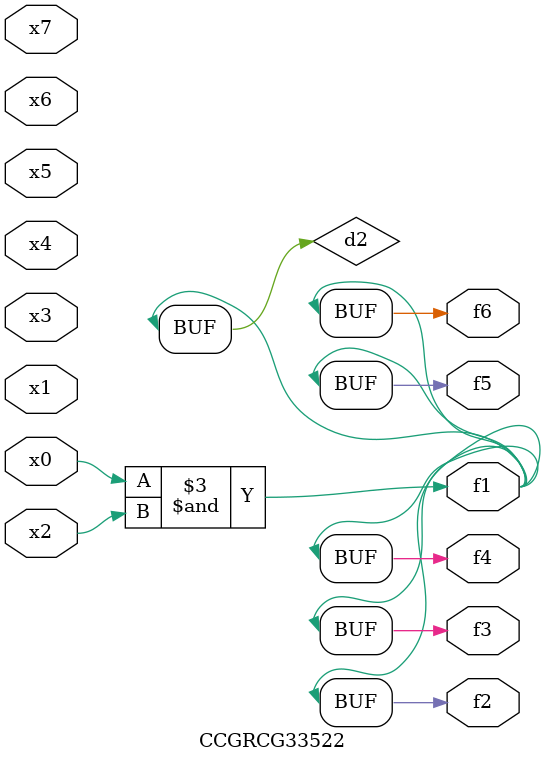
<source format=v>
module CCGRCG33522(
	input x0, x1, x2, x3, x4, x5, x6, x7,
	output f1, f2, f3, f4, f5, f6
);

	wire d1, d2;

	nor (d1, x3, x6);
	and (d2, x0, x2);
	assign f1 = d2;
	assign f2 = d2;
	assign f3 = d2;
	assign f4 = d2;
	assign f5 = d2;
	assign f6 = d2;
endmodule

</source>
